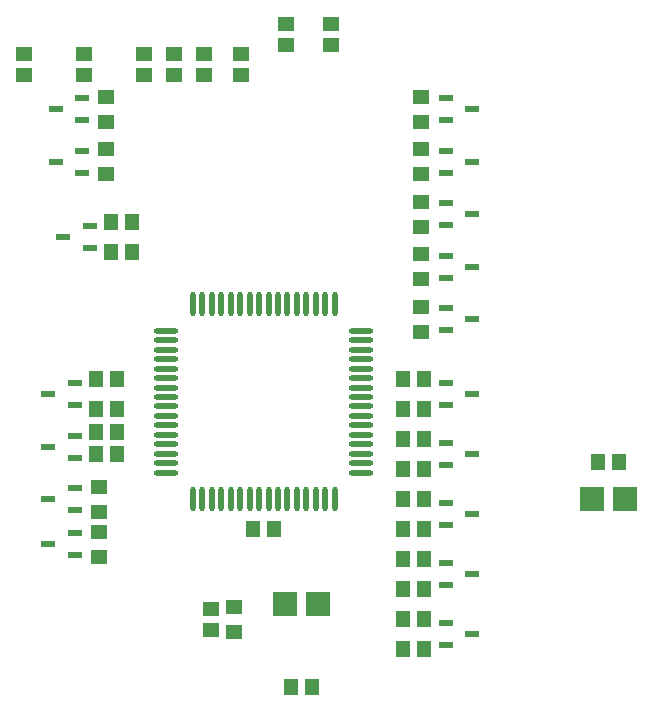
<source format=gtp>
G04 Layer_Color=8421504*
%FSLAX25Y25*%
%MOIN*%
G70*
G01*
G75*
%ADD10R,0.05512X0.04724*%
%ADD11R,0.04528X0.02362*%
%ADD12R,0.04724X0.05512*%
%ADD13O,0.08268X0.01925*%
%ADD14O,0.01925X0.08268*%
%ADD15R,0.08000X0.08000*%
D10*
X142500Y243543D02*
D03*
Y236457D02*
D03*
X132500Y236457D02*
D03*
Y243543D02*
D03*
X152500Y243543D02*
D03*
Y236457D02*
D03*
X165000Y243543D02*
D03*
Y236457D02*
D03*
X195000Y253543D02*
D03*
Y246457D02*
D03*
X180000Y253543D02*
D03*
Y246457D02*
D03*
X112500Y236457D02*
D03*
Y243543D02*
D03*
X92500Y243543D02*
D03*
Y236457D02*
D03*
X120000Y229232D02*
D03*
Y220768D02*
D03*
Y211732D02*
D03*
Y203268D02*
D03*
X117500Y99232D02*
D03*
Y90768D02*
D03*
Y84232D02*
D03*
Y75768D02*
D03*
X162500Y50768D02*
D03*
Y59232D02*
D03*
X155000Y58543D02*
D03*
Y51457D02*
D03*
X225000Y150768D02*
D03*
Y159232D02*
D03*
Y168268D02*
D03*
Y176732D02*
D03*
Y185768D02*
D03*
Y194232D02*
D03*
Y203268D02*
D03*
Y211732D02*
D03*
Y220768D02*
D03*
Y229232D02*
D03*
D11*
X103071Y225000D02*
D03*
X111929Y228740D02*
D03*
Y221260D02*
D03*
X103071Y207500D02*
D03*
X111929Y211240D02*
D03*
Y203760D02*
D03*
X114429Y178760D02*
D03*
Y186240D02*
D03*
X105571Y182500D02*
D03*
X109429Y126260D02*
D03*
Y133740D02*
D03*
X100571Y130000D02*
D03*
X109429Y108760D02*
D03*
Y116240D02*
D03*
X100571Y112500D02*
D03*
Y95000D02*
D03*
X109429Y98740D02*
D03*
Y91260D02*
D03*
X100571Y80000D02*
D03*
X109429Y83740D02*
D03*
Y76260D02*
D03*
X233071Y53740D02*
D03*
Y46260D02*
D03*
X241929Y50000D02*
D03*
X233071Y73740D02*
D03*
Y66260D02*
D03*
X241929Y70000D02*
D03*
X233071Y93740D02*
D03*
Y86260D02*
D03*
X241929Y90000D02*
D03*
Y110000D02*
D03*
X233071Y106260D02*
D03*
Y113740D02*
D03*
X241929Y155000D02*
D03*
X233071Y151260D02*
D03*
Y158740D02*
D03*
X241929Y172500D02*
D03*
X233071Y168760D02*
D03*
Y176240D02*
D03*
X241929Y190000D02*
D03*
X233071Y186260D02*
D03*
Y193740D02*
D03*
X241929Y207500D02*
D03*
X233071Y203760D02*
D03*
Y211240D02*
D03*
X241929Y225000D02*
D03*
X233071Y221260D02*
D03*
Y228740D02*
D03*
Y133740D02*
D03*
Y126260D02*
D03*
X241929Y130000D02*
D03*
D12*
X128543Y177500D02*
D03*
X121457D02*
D03*
X128543Y187500D02*
D03*
X121457D02*
D03*
X123543Y110000D02*
D03*
X116457D02*
D03*
X123543Y117500D02*
D03*
X116457D02*
D03*
X123543Y125000D02*
D03*
X116457D02*
D03*
X123543Y135000D02*
D03*
X116457D02*
D03*
X188543Y32500D02*
D03*
X181457D02*
D03*
X218957Y95000D02*
D03*
X226043D02*
D03*
X218957Y85000D02*
D03*
X226043D02*
D03*
X218957Y75000D02*
D03*
X226043D02*
D03*
X218957Y65000D02*
D03*
X226043D02*
D03*
X218957Y55000D02*
D03*
X226043D02*
D03*
X218957Y45000D02*
D03*
X226043D02*
D03*
X218957Y105000D02*
D03*
X226043D02*
D03*
X218957Y115000D02*
D03*
X226043D02*
D03*
X218957Y135000D02*
D03*
X226043D02*
D03*
X218957Y125000D02*
D03*
X226043D02*
D03*
X168957Y85000D02*
D03*
X176043D02*
D03*
X291043Y107500D02*
D03*
X283957D02*
D03*
D13*
X140020Y103878D02*
D03*
Y107028D02*
D03*
Y110177D02*
D03*
Y113327D02*
D03*
Y116476D02*
D03*
Y119626D02*
D03*
Y122776D02*
D03*
Y125925D02*
D03*
Y129075D02*
D03*
Y132224D02*
D03*
Y135374D02*
D03*
Y138524D02*
D03*
Y141673D02*
D03*
Y144823D02*
D03*
Y147972D02*
D03*
Y151122D02*
D03*
X204980D02*
D03*
Y147972D02*
D03*
Y144823D02*
D03*
Y141673D02*
D03*
Y138524D02*
D03*
Y135374D02*
D03*
Y132224D02*
D03*
Y129075D02*
D03*
Y125925D02*
D03*
Y122776D02*
D03*
Y119626D02*
D03*
Y116476D02*
D03*
Y113327D02*
D03*
Y110177D02*
D03*
Y107028D02*
D03*
Y103878D02*
D03*
D14*
X148878Y159980D02*
D03*
X152028D02*
D03*
X155177D02*
D03*
X158327D02*
D03*
X161476D02*
D03*
X164626D02*
D03*
X167776D02*
D03*
X170925D02*
D03*
X174075D02*
D03*
X177224D02*
D03*
X180374D02*
D03*
X183524D02*
D03*
X186673D02*
D03*
X189823D02*
D03*
X192972D02*
D03*
X196122D02*
D03*
Y95020D02*
D03*
X192972D02*
D03*
X189823D02*
D03*
X186673D02*
D03*
X183524D02*
D03*
X180374D02*
D03*
X177224D02*
D03*
X174075D02*
D03*
X170925D02*
D03*
X167776D02*
D03*
X164626D02*
D03*
X161476D02*
D03*
X158327D02*
D03*
X155177D02*
D03*
X152028D02*
D03*
X148878D02*
D03*
D15*
X190543Y60000D02*
D03*
X179457D02*
D03*
X293043Y95000D02*
D03*
X281957D02*
D03*
M02*

</source>
